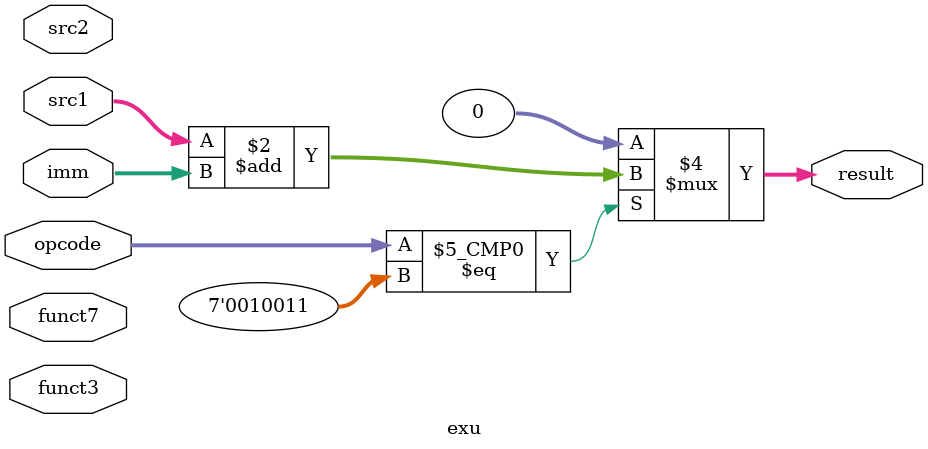
<source format=v>
module exu (
    input wire [31:0] src1,
    input wire [31:0] src2,
    input wire [31:0] imm,
    input wire [6:0] opcode,
    input wire [2:0] funct3,
    input wire [6:0] funct7,
    output reg [31:0] result
);
    always @(*) begin
        case (opcode)
            7'b0010011: begin // ADDI
                result = src1 + imm;
            end
            default: result = 32'b0;
        endcase
    end
endmodule

</source>
